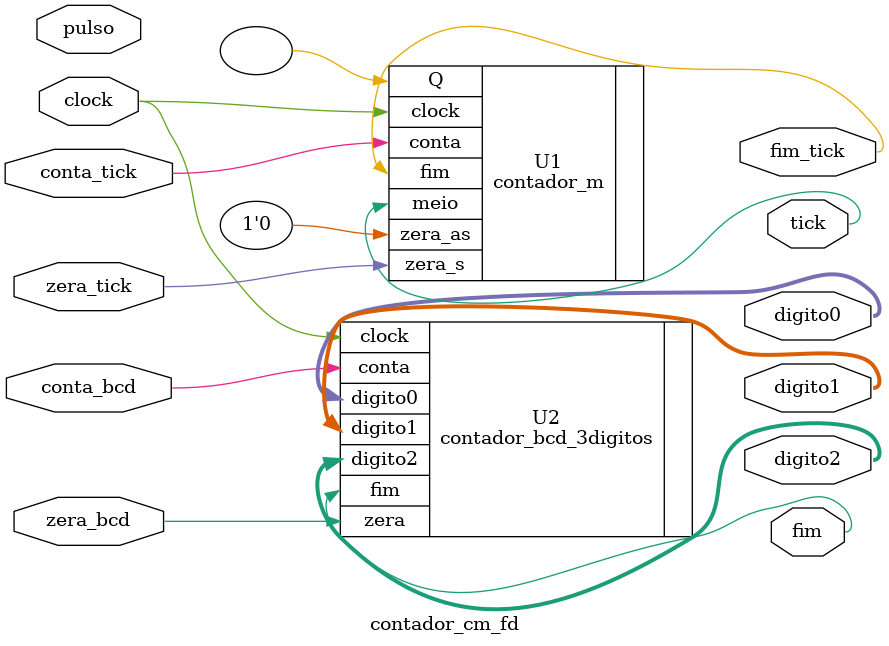
<source format=v>
/* --------------------------------------------------------------------------
 *  Arquivo   : contador_cm_fd
 * --------------------------------------------------------------------------
 *  Descricao : fluxo de dados do componente de contagem de cm 
 *
 *              componente parametrizado em funcao de clocks/cm
 *            
 * --------------------------------------------------------------------------
 *  Revisoes  :
 *      Data        Versao  Autor             Descricao
 *      07/09/2024  1.0     Edson Midorikawa  versao em Verilog
 * --------------------------------------------------------------------------
 */

module contador_cm_fd #(
    parameter R = 10,  // razão de clocks por cm
    parameter N = 4    // teto(log2(R)) 
) (
    input wire        clock,
    input wire        pulso,
    input wire        zera_tick,
    input wire        conta_tick,
    input wire        zera_bcd,
    input wire        conta_bcd,
    output wire       tick,
    output wire [3:0] digito0,
    output wire [3:0] digito1,
    output wire [3:0] digito2,
    output wire       fim,
	 output wire       fim_tick
);

    // Gera tick do contador de cm a cada ciclo de R
    contador_m #(
        .M (R), 
        .N (N)
    ) U1 (
        .clock   (clock     ),
        .zera_as (1'b0      ),
        .zera_s  (zera_tick ),
        .conta   (conta_tick),
        .Q       (          ),  // s_resto (desconectado)
        .fim     (fim_tick  ),
        .meio    (tick      )
    );

    // Contador de distância em cm
    contador_bcd_3digitos U2 (
        .clock   (clock    ),
        .zera    (zera_bcd ),
        .conta   (conta_bcd),
        .digito0 (digito0  ),
        .digito1 (digito1  ),
        .digito2 (digito2  ),
        .fim     (fim      )
    );

endmodule
</source>
